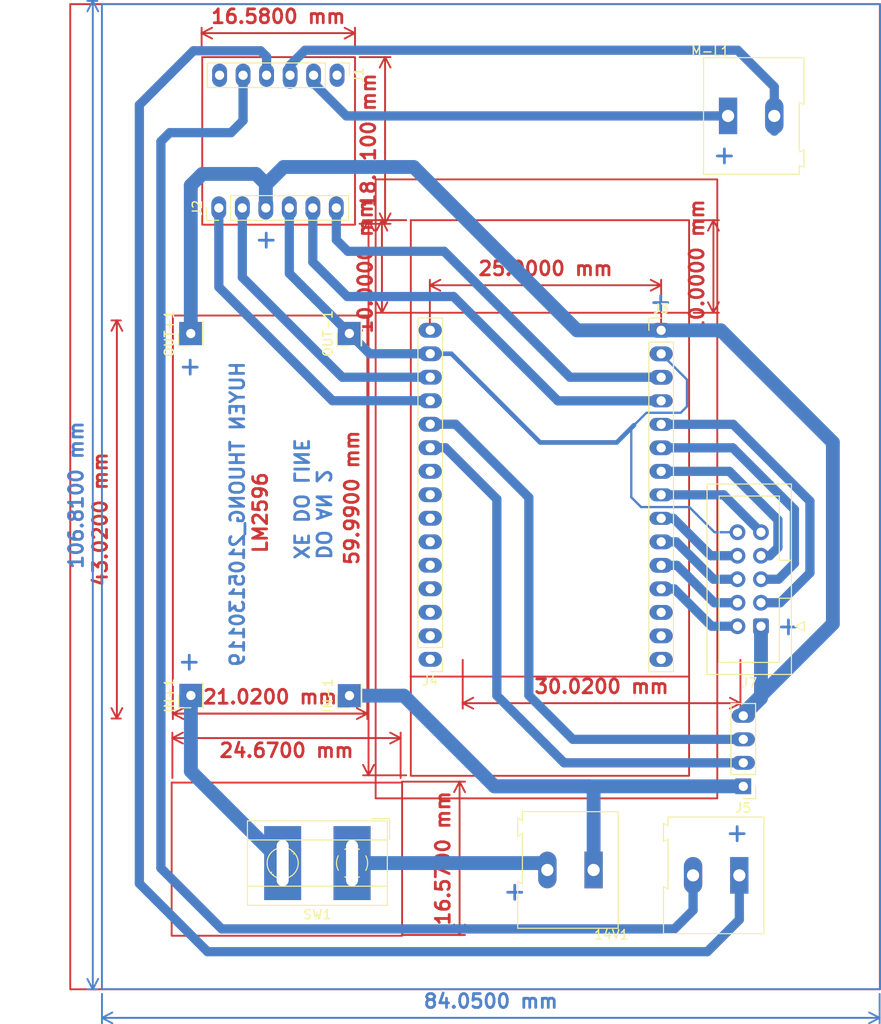
<source format=kicad_pcb>
(kicad_pcb (version 20240108) (generator "pcbnew") (generator_version "8.0")
  (layers (0 "F.Cu" signal) (31 "B.Cu" signal) (34 "B.Paste" user) (35 "F.Paste" user) (36 "B.SilkS" user "B.Silkscreen") (37 "F.SilkS" user "F.Silkscreen") (38 "B.Mask" user) (39 "F.Mask" user) (44 "Edge.Cuts" user))
  (net 0 "")
  (net 1 "+14VDC")
  (net 2 "0VDC")
  (net 3 "OUT4")
  (net 4 "OUT2")
  (net 7 "OUT3")
  (net 8 "OUT1")
  (net 9 "ADC2_3")
  (net 10 "ADC2_2")
  (net 11 "D18")
  (net 12 "D19")
  (net 13 "3V3")
  (net 14 "RX0")
  (net 15 "ADC1_3")
  (net 16 "ADC1_4")
  (net 17 "ADC2_7")
  (net 18 "ADC1_5")
  (net 19 "ADC1_0")
  (net 20 "ADC2_6")
  (net 21 "+5VDC")
  (net 22 "ADC2_4")
  (net 23 "ADC2_9")
  (net 24 "ADC1_6")
  (net 25 "ADC2_5")
  (net 26 "ADC2_8")
  (net 27 "ADC1_7")
  (net 28 "TX2")
  (net 29 "D21")
  (net 30 "D5")
  (net 31 "D22")
  (net 32 "TX0")
  (net 33 "ADC2_0")
  (net 34 "D23")
  (net 35 "D16")
  (net 36 "EN")
  (footprint "TerminalBlock:TerminalBlock_Altech_AK300-2_P5.00mm" (layer "F.Cu") (at 104.8475 136.77 180)
    (property "Reference" "M-R1" (hide yes))
    (property "Value" "Screw_Terminal_01x02")
    (fp_line (start 8.2 5.6) (end 8.2 3.7) (stroke (width 0.12)) (layer "F.SilkS"))
    (fp_line (start 8.2 3.7) (end 8.2 3.65) (stroke (width 0.12)) (layer "F.SilkS"))
    (fp_line (start 8.2 3.65) (end 7.7 3.9) (stroke (width 0.12)) (layer "F.SilkS"))
    (fp_line (start 8.2 -1.2) (end 8.2 -6.3) (stroke (width 0.12)) (layer "F.SilkS"))
    (fp_line (start 8.2 -6.3) (end -2.65 -6.3) (stroke (width 0.12)) (layer "F.SilkS"))
    (fp_line (start 7.7 6.3) (end 7.7 5.35) (stroke (width 0.12)) (layer "F.SilkS"))
    (fp_line (start 7.7 5.35) (end 8.2 5.6) (stroke (width 0.12)) (layer "F.SilkS"))
    (fp_line (start 7.7 3.9) (end 7.7 -1.5) (stroke (width 0.12)) (layer "F.SilkS"))
    (fp_line (start 7.7 -1.5) (end 8.2 -1.2) (stroke (width 0.12)) (layer "F.SilkS"))
    (fp_line (start -2.65 6.3) (end 7.7 6.3) (stroke (width 0.12)) (layer "F.SilkS"))
    (fp_line (start -2.65 -6.3) (end -2.65 6.3) (stroke (width 0.12)) (layer "F.SilkS"))
    (pad "1" thru_hole rect (at 0 0 180) (size 1.98 3.96) (drill 1.32) (layers "*.Cu" "*.Mask") (net 7 "OUT3"))
    (pad "2" thru_hole oval (at 5 0 180) (size 1.98 3.96) (drill 1.32) (layers "*.Cu" "*.Mask") (net 3 "OUT4"))
  )
  (footprint "TerminalBlock_MetzConnect:TerminalBlock_MetzConnect_Type171_RT13702HBWC_1x02_P7.50mm_Horizontal" (layer "F.Cu") (at 62.9875 135.445 180)
    (property "Reference" "SW1" (at 3.75 -5.56 0) (layer "F.SilkS"))
    (property "Value" "ON")
    (fp_line (start 11.31 -4.56) (end 11.31 4.56) (stroke (width 0.12)) (layer "F.SilkS"))
    (fp_line (start 8.775 -1.069) (end 8.681 -0.976) (stroke (width 0.12)) (layer "F.SilkS"))
    (fp_line (start 8.57 -1.275) (end 8.511 -1.216) (stroke (width 0.12)) (layer "F.SilkS"))
    (fp_line (start 6.49 1.216) (end 6.431 1.274) (stroke (width 0.12)) (layer "F.SilkS"))
    (fp_line (start 6.32 0.976) (end 6.226 1.069) (stroke (width 0.12)) (layer "F.SilkS"))
    (fp_line (start -3.81 4.56) (end 11.31 4.56) (stroke (width 0.12)) (layer "F.SilkS"))
    (fp_line (start -3.81 2.5) (end 11.31 2.5) (stroke (width 0.12)) (layer "F.SilkS"))
    (fp_line (start -3.81 -2.5) (end 11.31 -2.5) (stroke (width 0.12)) (layer "F.SilkS"))
    (fp_line (start -3.81 -4.56) (end 11.31 -4.56) (stroke (width 0.12)) (layer "F.SilkS"))
    (fp_line (start -3.81 -4.56) (end -3.81 4.56) (stroke (width 0.12)) (layer "F.SilkS"))
    (fp_line (start -4.05 4.8) (end -2.05 4.8) (stroke (width 0.12)) (layer "F.SilkS"))
    (fp_line (start -4.05 2.56) (end -4.05 4.8) (stroke (width 0.12)) (layer "F.SilkS"))
    (fp_arc (start 1.483953 -0.789089) (mid 1.680708 -0.00005) (end 1.484 0.789) (stroke (width 0.12)) (layer "F.SilkS"))
    (fp_arc (start 0.788712 1.483352) (mid 0.406429 1.630097) (end 0 1.68) (stroke (width 0.12)) (layer "F.SilkS"))
    (fp_arc (start 0.029383 1.68045) (mid -0.392304 1.634281) (end -0.789 1.484) (stroke (width 0.12)) (layer "F.SilkS"))
    (fp_arc (start -0.789089 -1.483953) (mid -0.00005 -1.680708) (end 0.789 -1.484) (stroke (width 0.12)) (layer "F.SilkS"))
    (fp_arc (start -1.483953 0.789089) (mid -1.680708 0.00005) (end -1.484 -0.789) (stroke (width 0.12)) (layer "F.SilkS"))
    (fp_circle (center 7.5 0) (end 9.18 0) (stroke (width 0.12)) (fill none) (layer "F.SilkS"))
    (pad "1" thru_hole rect (at 0 0 270) (size 8 4) (drill oval 5 1.3) (layers "*.Cu" "*.Mask") (net 1 "+14VDC"))
    (pad "2" thru_hole rect (at 7.5 0 270) (size 8 4) (drill oval 5 1.3) (layers "*.Cu" "*.Mask") (net 1 "+14VDC"))
  )
  (footprint "Connector_PinHeader_2.54mm:PinHeader_1x01_P2.54mm_Vertical" (layer "F.Cu") (at 62.6975 78.21 90)
    (property "Reference" "OUT-1" (at 0 -2.33 90) (layer "F.SilkS"))
    (property "Value" "Conn_01x01_Pin")
    (fp_line (start -1.33 -1.33) (end 0 -1.33) (stroke (width 0.12)) (layer "F.SilkS"))
    (fp_line (start -1.33 0) (end -1.33 -1.33) (stroke (width 0.12)) (layer "F.SilkS"))
    (fp_line (start 1.33 1.27) (end 1.33 1.33) (stroke (width 0.12)) (layer "F.SilkS"))
    (fp_line (start -1.33 1.27) (end 1.33 1.27) (stroke (width 0.12)) (layer "F.SilkS"))
    (fp_line (start -1.33 1.27) (end -1.33 1.33) (stroke (width 0.12)) (layer "F.SilkS"))
    (fp_line (start -1.33 1.33) (end 1.33 1.33) (stroke (width 0.12)) (layer "F.SilkS"))
    (pad "1" thru_hole rect (at 0 0 90) (size 2.5 2.5) (drill 1) (layers "*.Cu" "*.Mask") (net 2 "0VDC"))
  )
  (footprint "Connector_PinHeader_2.54mm:PinHeader_1x01_P2.54mm_Vertical" (layer "F.Cu") (at 45.5675 117.33 90)
    (property "Reference" "IN+1" (at 0 -2.33 90) (layer "F.SilkS"))
    (property "Value" "Conn_01x01_Pin")
    (fp_line (start -1.33 -1.33) (end 0 -1.33) (stroke (width 0.12)) (layer "F.SilkS"))
    (fp_line (start -1.33 0) (end -1.33 -1.33) (stroke (width 0.12)) (layer "F.SilkS"))
    (fp_line (start 1.33 1.27) (end 1.33 1.33) (stroke (width 0.12)) (layer "F.SilkS"))
    (fp_line (start -1.33 1.27) (end 1.33 1.27) (stroke (width 0.12)) (layer "F.SilkS"))
    (fp_line (start -1.33 1.27) (end -1.33 1.33) (stroke (width 0.12)) (layer "F.SilkS"))
    (fp_line (start -1.33 1.33) (end 1.33 1.33) (stroke (width 0.12)) (layer "F.SilkS"))
    (pad "1" thru_hole rect (at 0 0 90) (size 2.5 2.5) (drill 1) (layers "*.Cu" "*.Mask") (net 1 "+14VDC"))
  )
  (footprint "Connector_PinHeader_2.54mm:PinHeader_1x04_P2.54mm_Vertical" (layer "F.Cu") (at 105.2775 127.15 180)
    (property "Reference" "J5" (at 0 -2.33 0) (layer "F.SilkS"))
    (property "Value" "HC-SR04")
    (fp_line (start 1.33 1.27) (end 1.33 8.95) (stroke (width 0.12)) (layer "F.SilkS"))
    (fp_line (start -1.33 8.95) (end 1.33 8.95) (stroke (width 0.12)) (layer "F.SilkS"))
    (fp_line (start -1.33 1.27) (end 1.33 1.27) (stroke (width 0.12)) (layer "F.SilkS"))
    (fp_line (start -1.33 1.27) (end -1.33 8.95) (stroke (width 0.12)) (layer "F.SilkS"))
    (fp_line (start -1.33 0) (end -1.33 -1.33) (stroke (width 0.12)) (layer "F.SilkS"))
    (fp_line (start -1.33 -1.33) (end 0 -1.33) (stroke (width 0.12)) (layer "F.SilkS"))
    (pad "1" thru_hole rect (at 0 0 180) (size 1.7 1.7) (drill 1) (layers "*.Cu" "*.Mask") (net 2 "0VDC"))
    (pad "2" thru_hole oval (at 0 2.54 180) (size 2.5 1.5) (drill 1) (layers "*.Cu" "*.Mask") (net 35 "D16"))
    (pad "3" thru_hole oval (at 0 5.08 180) (size 2.5 1.5) (drill 1) (layers "*.Cu" "*.Mask") (net 33 "ADC2_0"))
    (pad "4" thru_hole oval (at 0 7.62 180) (size 2.5 1.5) (drill 1) (layers "*.Cu" "*.Mask") (net 21 "+5VDC"))
  )
  (footprint "Connector_PinHeader_2.54mm:PinHeader_1x01_P2.54mm_Vertical" (layer "F.Cu") (at 45.5575 78.22 90)
    (property "Reference" "OUT+1" (at 0 -2.33 90) (layer "F.SilkS"))
    (property "Value" "Conn_01x01_Pin")
    (fp_line (start -1.33 -1.33) (end 0 -1.33) (stroke (width 0.12)) (layer "F.SilkS"))
    (fp_line (start -1.33 0) (end -1.33 -1.33) (stroke (width 0.12)) (layer "F.SilkS"))
    (fp_line (start 1.33 1.27) (end 1.33 1.33) (stroke (width 0.12)) (layer "F.SilkS"))
    (fp_line (start -1.33 1.27) (end 1.33 1.27) (stroke (width 0.12)) (layer "F.SilkS"))
    (fp_line (start -1.33 1.27) (end -1.33 1.33) (stroke (width 0.12)) (layer "F.SilkS"))
    (fp_line (start -1.33 1.33) (end 1.33 1.33) (stroke (width 0.12)) (layer "F.SilkS"))
    (pad "1" thru_hole rect (at 0 0 90) (size 2.5 2.5) (drill 1) (layers "*.Cu" "*.Mask") (net 21 "+5VDC"))
  )
  (footprint "Connector_PinHeader_2.54mm:PinHeader_1x15_P2.54mm_Vertical" (layer "F.Cu") (at 71.4375 113.42 180)
    (property "Reference" "J4" (at 0 -2.33 0) (layer "F.SilkS"))
    (property "Value" "Conn_01x15_Pin")
    (fp_line (start 1.33 1.27) (end 1.33 36.89) (stroke (width 0.12)) (layer "F.SilkS"))
    (fp_line (start -1.33 36.89) (end 1.33 36.89) (stroke (width 0.12)) (layer "F.SilkS"))
    (fp_line (start -1.33 1.27) (end 1.33 1.27) (stroke (width 0.12)) (layer "F.SilkS"))
    (fp_line (start -1.33 1.27) (end -1.33 36.89) (stroke (width 0.12)) (layer "F.SilkS"))
    (fp_line (start -1.33 0) (end -1.33 -1.33) (stroke (width 0.12)) (layer "F.SilkS"))
    (fp_line (start -1.33 -1.33) (end 0 -1.33) (stroke (width 0.12)) (layer "F.SilkS"))
    (pad "1" thru_hole oval (at 0 0 270) (size 1.6 2.5) (drill 1) (layers "*.Cu" "*.Mask") (net 34 "D23"))
    (pad "2" thru_hole oval (at 0 2.54 270) (size 1.6 2.5) (drill 1) (layers "*.Cu" "*.Mask") (net 31 "D22"))
    (pad "3" thru_hole oval (at 0 5.08 270) (size 1.6 2.5) (drill 1) (layers "*.Cu" "*.Mask") (net 32 "TX0"))
    (pad "4" thru_hole oval (at 0 7.62 270) (size 1.6 2.5) (drill 1) (layers "*.Cu" "*.Mask") (net 14 "RX0"))
    (pad "5" thru_hole oval (at 0 10.16 270) (size 1.6 2.5) (drill 1) (layers "*.Cu" "*.Mask") (net 29 "D21"))
    (pad "6" thru_hole oval (at 0 12.7 270) (size 1.6 2.5) (drill 1) (layers "*.Cu" "*.Mask") (net 12 "D19"))
    (pad "7" thru_hole oval (at 0 15.24 270) (size 1.6 2.5) (drill 1) (layers "*.Cu" "*.Mask") (net 11 "D18"))
    (pad "8" thru_hole oval (at 0 17.78 270) (size 1.6 2.5) (drill 1) (layers "*.Cu" "*.Mask") (net 30 "D5"))
    (pad "9" thru_hole oval (at 0 20.32 270) (size 1.6 2.5) (drill 1) (layers "*.Cu" "*.Mask") (net 28 "TX2"))
    (pad "10" thru_hole oval (at 0 22.86 270) (size 1.6 2.5) (drill 1) (layers "*.Cu" "*.Mask") (net 35 "D16"))
    (pad "11" thru_hole oval (at 0 25.4 270) (size 1.6 2.5) (drill 1) (layers "*.Cu" "*.Mask") (net 33 "ADC2_0"))
    (pad "12" thru_hole oval (at 0 27.94 270) (size 1.6 2.5) (drill 1) (layers "*.Cu" "*.Mask") (net 10 "ADC2_2"))
    (pad "13" thru_hole oval (at 0 30.48 270) (size 1.6 2.5) (drill 1) (layers "*.Cu" "*.Mask") (net 9 "ADC2_3"))
    (pad "14" thru_hole oval (at 0 33.02 270) (size 1.6 2.5) (drill 1) (layers "*.Cu" "*.Mask") (net 2 "0VDC"))
    (pad "15" thru_hole oval (at 0 35.56 270) (size 1.6 2.5) (drill 1) (layers "*.Cu" "*.Mask") (net 13 "3V3"))
  )
  (footprint "Connector_PinHeader_2.54mm:PinHeader_1x06_P2.54mm_Vertical" (layer "F.Cu") (at 61.3675 50.305 -90)
    (property "Reference" "J1" (at 0 -2.33 90) (layer "F.SilkS"))
    (property "Value" "Conn_01x06_Socket")
    (fp_line (start -1.33 14.03) (end 1.33 14.03) (stroke (width 0.12)) (layer "F.SilkS"))
    (fp_line (start -1.33 1.27) (end -1.33 14.03) (stroke (width 0.12)) (layer "F.SilkS"))
    (fp_line (start -1.33 1.27) (end 1.33 1.27) (stroke (width 0.12)) (layer "F.SilkS"))
    (fp_line (start 1.33 1.27) (end 1.33 14.03) (stroke (width 0.12)) (layer "F.SilkS"))
    (fp_line (start -1.33 0) (end -1.33 -1.33) (stroke (width 0.12)) (layer "F.SilkS"))
    (fp_line (start -1.33 -1.33) (end 0 -1.33) (stroke (width 0.12)) (layer "F.SilkS"))
    (pad "1" thru_hole oval (at 0 0) (size 1.6 2.5) (drill 1) (layers "*.Cu" "*.Mask"))
    (pad "2" thru_hole oval (at 0 2.54) (size 1.6 2.5) (drill 1) (layers "*.Cu" "*.Mask") (net 8 "OUT1"))
    (pad "3" thru_hole oval (at 0 5.08) (size 1.6 2.5) (drill 1) (layers "*.Cu" "*.Mask") (net 4 "OUT2"))
    (pad "4" thru_hole oval (at 0 7.62) (size 1.6 2.5) (drill 1) (layers "*.Cu" "*.Mask") (net 7 "OUT3"))
    (pad "5" thru_hole oval (at 0 10.16) (size 1.6 2.5) (drill 1) (layers "*.Cu" "*.Mask") (net 3 "OUT4"))
    (pad "6" thru_hole oval (at 0 12.7) (size 1.6 2.5) (drill 1) (layers "*.Cu" "*.Mask"))
  )
  (footprint "Connector_PinHeader_2.54mm:PinHeader_1x06_P2.54mm_Vertical" (layer "F.Cu") (at 48.5875 64.645 90)
    (property "Reference" "J2" (at 0 -2.33 90) (layer "F.SilkS"))
    (property "Value" "Conn_01x06_Socket")
    (fp_line (start -1.33 -1.33) (end 0 -1.33) (stroke (width 0.12)) (layer "F.SilkS"))
    (fp_line (start -1.33 0) (end -1.33 -1.33) (stroke (width 0.12)) (layer "F.SilkS"))
    (fp_line (start 1.33 1.27) (end 1.33 14.03) (stroke (width 0.12)) (layer "F.SilkS"))
    (fp_line (start -1.33 1.27) (end 1.33 1.27) (stroke (width 0.12)) (layer "F.SilkS"))
    (fp_line (start -1.33 1.27) (end -1.33 14.03) (stroke (width 0.12)) (layer "F.SilkS"))
    (fp_line (start -1.33 14.03) (end 1.33 14.03) (stroke (width 0.12)) (layer "F.SilkS"))
    (pad "1" thru_hole oval (at 0 0 180) (size 1.6 2.5) (drill 1) (layers "*.Cu" "*.Mask") (net 10 "ADC2_2"))
    (pad "2" thru_hole oval (at 0 2.54 180) (size 1.6 2.5) (drill 1) (layers "*.Cu" "*.Mask") (net 9 "ADC2_3"))
    (pad "3" thru_hole oval (at 0 5.08 180) (size 1.6 2.5) (drill 1) (layers "*.Cu" "*.Mask") (net 21 "+5VDC"))
    (pad "4" thru_hole oval (at 0 7.62 180) (size 1.6 2.5) (drill 1) (layers "*.Cu" "*.Mask") (net 2 "0VDC"))
    (pad "5" thru_hole oval (at 0 10.16 180) (size 1.6 2.5) (drill 1) (layers "*.Cu" "*.Mask") (net 25 "ADC2_5"))
    (pad "6" thru_hole oval (at 0 12.7 180) (size 1.6 2.5) (drill 1) (layers "*.Cu" "*.Mask") (net 22 "ADC2_4"))
  )
  (footprint "Connector_PinHeader_2.54mm:PinHeader_1x01_P2.54mm_Vertical" (layer "F.Cu") (at 62.7075 117.35 90)
    (property "Reference" "IN-1" (at 0 -2.33 90) (layer "F.SilkS"))
    (property "Value" "Conn_01x01_Pin")
    (fp_line (start -1.33 -1.33) (end 0 -1.33) (stroke (width 0.12)) (layer "F.SilkS"))
    (fp_line (start -1.33 0) (end -1.33 -1.33) (stroke (width 0.12)) (layer "F.SilkS"))
    (fp_line (start 1.33 1.27) (end 1.33 1.33) (stroke (width 0.12)) (layer "F.SilkS"))
    (fp_line (start -1.33 1.27) (end 1.33 1.27) (stroke (width 0.12)) (layer "F.SilkS"))
    (fp_line (start -1.33 1.27) (end -1.33 1.33) (stroke (width 0.12)) (layer "F.SilkS"))
    (fp_line (start -1.33 1.33) (end 1.33 1.33) (stroke (width 0.12)) (layer "F.SilkS"))
    (pad "1" thru_hole rect (at 0 0 90) (size 2.5 2.5) (drill 1) (layers "*.Cu" "*.Mask") (net 2 "0VDC"))
  )
  (footprint "Connector_IDC:IDC-Header_2x05_P2.54mm_Vertical" (layer "F.Cu") (at 107.1875 109.85 180)
    (property "Reference" "J7" (at 1.27 -6.1 0) (layer "F.SilkS"))
    (property "Value" "Conn_02x05_Odd_Even")
    (fp_line (start 5.83 15.37) (end -3.29 15.37) (stroke (width 0.12)) (layer "F.SilkS"))
    (fp_line (start 5.83 -5.21) (end 5.83 15.37) (stroke (width 0.12)) (layer "F.SilkS"))
    (fp_line (start 4.52 14.07) (end -1.98 14.07) (stroke (width 0.12)) (layer "F.SilkS"))
    (fp_line (start 4.52 -3.91) (end 4.52 14.07) (stroke (width 0.12)) (layer "F.SilkS"))
    (fp_line (start -1.98 14.07) (end -1.98 7.13) (stroke (width 0.12)) (layer "F.SilkS"))
    (fp_line (start -1.98 7.13) (end -1.98 7.13) (stroke (width 0.12)) (layer "F.SilkS"))
    (fp_line (start -1.98 7.13) (end -3.29 7.13) (stroke (width 0.12)) (layer "F.SilkS"))
    (fp_line (start -1.98 3.03) (end -1.98 -3.91) (stroke (width 0.12)) (layer "F.SilkS"))
    (fp_line (start -1.98 -3.91) (end 4.52 -3.91) (stroke (width 0.12)) (layer "F.SilkS"))
    (fp_line (start -3.29 15.37) (end -3.29 -5.21) (stroke (width 0.12)) (layer "F.SilkS"))
    (fp_line (start -3.29 3.03) (end -1.98 3.03) (stroke (width 0.12)) (layer "F.SilkS"))
    (fp_line (start -3.29 -5.21) (end 5.83 -5.21) (stroke (width 0.12)) (layer "F.SilkS"))
    (fp_line (start -3.68 0) (end -4.68 -0.5) (stroke (width 0.12)) (layer "F.SilkS"))
    (fp_line (start -4.68 0.5) (end -3.68 0) (stroke (width 0.12)) (layer "F.SilkS"))
    (fp_line (start -4.68 -0.5) (end -4.68 0.5) (stroke (width 0.12)) (layer "F.SilkS"))
    (pad "1" thru_hole roundrect (at 0 0 180) (size 1.7 1.7) (drill 1) (layers "*.Cu" "*.Mask") (roundrect_rratio 0.147059) (net 21 "+5VDC"))
    (pad "2" thru_hole circle (at 2.54 0 180) (size 1.7 1.7) (drill 1) (layers "*.Cu" "*.Mask") (net 24 "ADC1_6"))
    (pad "3" thru_hole circle (at 0 2.54 180) (size 1.7 1.7) (drill 1) (layers "*.Cu" "*.Mask") (net 20 "ADC2_6"))
    (pad "4" thru_hole circle (at 2.54 2.54 180) (size 1.7 1.7) (drill 1) (layers "*.Cu" "*.Mask") (net 27 "ADC1_7"))
    (pad "5" thru_hole circle (at 0 5.08 180) (size 1.7 1.7) (drill 1) (layers "*.Cu" "*.Mask") (net 17 "ADC2_7"))
    (pad "6" thru_hole circle (at 2.54 5.08 180) (size 1.7 1.7) (drill 1) (layers "*.Cu" "*.Mask") (net 16 "ADC1_4"))
    (pad "7" thru_hole circle (at 0 7.62 180) (size 1.7 1.7) (drill 1) (layers "*.Cu" "*.Mask") (net 23 "ADC2_9"))
    (pad "8" thru_hole circle (at 2.54 7.62 180) (size 1.7 1.7) (drill 1) (layers "*.Cu" "*.Mask") (net 18 "ADC1_5"))
    (pad "9" thru_hole circle (at 0 10.16 180) (size 1.7 1.7) (drill 1) (layers "*.Cu" "*.Mask") (net 26 "ADC2_8"))
    (pad "10" thru_hole circle (at 2.54 10.16 180) (size 1.7 1.7) (drill 1) (layers "*.Cu" "*.Mask") (net 2 "0VDC"))
  )
  (footprint "TerminalBlock:TerminalBlock_Altech_AK300-2_P5.00mm" (layer "F.Cu") (at 89.0975 136.19 180)
    (property "Reference" "14V1" (at -1.92 -6.99 0) (layer "F.SilkS"))
    (property "Value" "Screw_Terminal_01x02")
    (fp_line (start 8.2 5.6) (end 8.2 3.7) (stroke (width 0.12)) (layer "F.SilkS"))
    (fp_line (start 8.2 3.7) (end 8.2 3.65) (stroke (width 0.12)) (layer "F.SilkS"))
    (fp_line (start 8.2 3.65) (end 7.7 3.9) (stroke (width 0.12)) (layer "F.SilkS"))
    (fp_line (start 8.2 -1.2) (end 8.2 -6.3) (stroke (width 0.12)) (layer "F.SilkS"))
    (fp_line (start 8.2 -6.3) (end -2.65 -6.3) (stroke (width 0.12)) (layer "F.SilkS"))
    (fp_line (start 7.7 6.3) (end 7.7 5.35) (stroke (width 0.12)) (layer "F.SilkS"))
    (fp_line (start 7.7 5.35) (end 8.2 5.6) (stroke (width 0.12)) (layer "F.SilkS"))
    (fp_line (start 7.7 3.9) (end 7.7 -1.5) (stroke (width 0.12)) (layer "F.SilkS"))
    (fp_line (start 7.7 -1.5) (end 8.2 -1.2) (stroke (width 0.12)) (layer "F.SilkS"))
    (fp_line (start -2.65 6.3) (end 7.7 6.3) (stroke (width 0.12)) (layer "F.SilkS"))
    (fp_line (start -2.65 -6.3) (end -2.65 6.3) (stroke (width 0.12)) (layer "F.SilkS"))
    (pad "1" thru_hole rect (at 0 0 180) (size 1.98 3.96) (drill 1.32) (layers "*.Cu" "*.Mask") (net 2 "0VDC"))
    (pad "2" thru_hole oval (at 5 0 180) (size 1.98 3.96) (drill 1.32) (layers "*.Cu" "*.Mask") (net 1 "+14VDC"))
  )
  (footprint "TerminalBlock:TerminalBlock_Altech_AK300-2_P5.00mm" (layer "F.Cu") (at 103.6275 54.7)
    (property "Reference" "M-L1" (at -1.92 -6.99 0) (layer "F.SilkS"))
    (property "Value" "Screw_Terminal_01x02")
    (fp_line (start -2.65 -6.3) (end -2.65 6.3) (stroke (width 0.12)) (layer "F.SilkS"))
    (fp_line (start -2.65 6.3) (end 7.7 6.3) (stroke (width 0.12)) (layer "F.SilkS"))
    (fp_line (start 7.7 -1.5) (end 8.2 -1.2) (stroke (width 0.12)) (layer "F.SilkS"))
    (fp_line (start 7.7 3.9) (end 7.7 -1.5) (stroke (width 0.12)) (layer "F.SilkS"))
    (fp_line (start 7.7 5.35) (end 8.2 5.6) (stroke (width 0.12)) (layer "F.SilkS"))
    (fp_line (start 7.7 6.3) (end 7.7 5.35) (stroke (width 0.12)) (layer "F.SilkS"))
    (fp_line (start 8.2 -6.3) (end -2.65 -6.3) (stroke (width 0.12)) (layer "F.SilkS"))
    (fp_line (start 8.2 -1.2) (end 8.2 -6.3) (stroke (width 0.12)) (layer "F.SilkS"))
    (fp_line (start 8.2 3.65) (end 7.7 3.9) (stroke (width 0.12)) (layer "F.SilkS"))
    (fp_line (start 8.2 3.7) (end 8.2 3.65) (stroke (width 0.12)) (layer "F.SilkS"))
    (fp_line (start 8.2 5.6) (end 8.2 3.7) (stroke (width 0.12)) (layer "F.SilkS"))
    (pad "1" thru_hole rect (at 0 0) (size 1.98 3.96) (drill 1.32) (layers "*.Cu" "*.Mask") (net 8 "OUT1"))
    (pad "2" thru_hole oval (at 5 0) (size 1.98 3.96) (drill 1.32) (layers "*.Cu" "*.Mask") (net 4 "OUT2"))
  )
  (footprint "Connector_PinHeader_2.54mm:PinHeader_1x15_P2.54mm_Vertical" (layer "F.Cu") (at 96.3975 77.87)
    (property "Reference" "J3" (at 0 -2.33 0) (layer "F.SilkS"))
    (property "Value" "Conn_01x15_Pin")
    (fp_line (start -1.33 -1.33) (end 0 -1.33) (stroke (width 0.12)) (layer "F.SilkS"))
    (fp_line (start -1.33 0) (end -1.33 -1.33) (stroke (width 0.12)) (layer "F.SilkS"))
    (fp_line (start -1.33 1.27) (end -1.33 36.89) (stroke (width 0.12)) (layer "F.SilkS"))
    (fp_line (start -1.33 1.27) (end 1.33 1.27) (stroke (width 0.12)) (layer "F.SilkS"))
    (fp_line (start -1.33 36.89) (end 1.33 36.89) (stroke (width 0.12)) (layer "F.SilkS"))
    (fp_line (start 1.33 1.27) (end 1.33 36.89) (stroke (width 0.12)) (layer "F.SilkS"))
    (pad "1" thru_hole oval (at 0 0 90) (size 1.6 2.5) (drill 1) (layers "*.Cu" "*.Mask") (net 21 "+5VDC"))
    (pad "2" thru_hole oval (at 0 2.54 90) (size 1.6 2.5) (drill 1) (layers "*.Cu" "*.Mask") (net 2 "0VDC"))
    (pad "3" thru_hole oval (at 0 5.08 90) (size 1.6 2.5) (drill 1) (layers "*.Cu" "*.Mask") (net 22 "ADC2_4"))
    (pad "4" thru_hole oval (at 0 7.62 90) (size 1.4 2.5) (drill 1) (layers "*.Cu" "*.Mask") (net 25 "ADC2_5"))
    (pad "5" thru_hole oval (at 0 10.16 90) (size 1.4 2.5) (drill 1) (layers "*.Cu" "*.Mask") (net 20 "ADC2_6"))
    (pad "6" thru_hole oval (at 0 12.7 90) (size 1.6 2.5) (drill 1) (layers "*.Cu" "*.Mask") (net 17 "ADC2_7"))
    (pad "7" thru_hole oval (at 0 15.24 90) (size 1.6 2.5) (drill 1) (layers "*.Cu" "*.Mask") (net 23 "ADC2_9"))
    (pad "8" thru_hole oval (at 0 17.78 90) (size 1.4 2.5) (drill 1) (layers "*.Cu" "*.Mask") (net 26 "ADC2_8"))
    (pad "9" thru_hole oval (at 0 20.32 90) (size 1.4 2.5) (drill 1) (layers "*.Cu" "*.Mask") (net 18 "ADC1_5"))
    (pad "10" thru_hole oval (at 0 22.86 90) (size 1.6 2.5) (drill 1) (layers "*.Cu" "*.Mask") (net 16 "ADC1_4"))
    (pad "11" thru_hole oval (at 0 25.4 90) (size 1.6 2.5) (drill 1) (layers "*.Cu" "*.Mask") (net 27 "ADC1_7"))
    (pad "12" thru_hole oval (at 0 27.94 90) (size 1.6 2.5) (drill 1) (layers "*.Cu" "*.Mask") (net 24 "ADC1_6"))
    (pad "13" thru_hole oval (at 0 30.48 90) (size 1.6 2.5) (drill 1) (layers "*.Cu" "*.Mask") (net 15 "ADC1_3"))
    (pad "14" thru_hole oval (at 0 33.02 90) (size 1.6 2.5) (drill 1) (layers "*.Cu" "*.Mask") (net 19 "ADC1_0"))
    (pad "15" thru_hole oval (at 0 35.56 90) (size 1.6 2.5) (drill 1) (layers "*.Cu" "*.Mask") (net 36 "EN"))
  )
  (gr_rect (start 65.5375 61.561066) (end 102.466434 128.45) (stroke (width 0.2)) (fill none) (layer "F.Cu") (net 21))
  (gr_rect (start 43.6175 76.27) (end 64.6375 119.29) (stroke (width 0.2)) (fill none) (layer "F.Cu"))
  (gr_rect (start 46.7975 48.345) (end 63.3075 66.455) (stroke (width 0.2)) (fill none) (layer "F.Cu") (net 21))
  (gr_rect (start 32.530847 42.62) (end 120.040397 149.082897) (stroke (width 0.2)) (fill none) (layer "F.Cu") (net 22))
  (gr_line (start 99.4175 115.29) (end 69.3175 115.29) (stroke (width 0.2)) (layer "F.Cu") (net 30))
  (gr_line (start 99.4175 75.97) (end 68.4575 75.97) (stroke (width 0.2)) (layer "F.Cu") (net 30))
  (gr_rect (start 69.3375 65.97) (end 99.4175 126.01) (stroke (width 0.2)) (fill none) (layer "F.Cu") (net 30))
  (gr_rect (start 43.4875 126.745) (end 68.3975 143.295) (stroke (width 0.2)) (fill none) (layer "F.Cu") (net 21))
  (gr_rect (start 35.950847 42.62) (end 120.0775 149.066653) (stroke (width 0.2)) (fill none) (layer "B.Cu"))
  (gr_text "LM2596\n" (at 53.9475 102.1 90) (layer "F.Cu") (effects (font (size 1.5 1.5) (thickness 0.3) (bold yes)) (justify left bottom)))
  (gr_text "+" (at 106.0475 133.29 0) (layer "B.Cu") (effects (font (size 2 2) (thickness 0.3) (bold yes)) (justify left bottom mirror)))
  (gr_text "+" (at 97.7875 75.9 0) (layer "B.Cu") (effects (font (size 2 2) (thickness 0.3) (bold yes)) (justify left bottom mirror)))
  (gr_text "+" (at 46.9275 82.87 0) (layer "B.Cu") (effects (font (size 2 2) (thickness 0.3) (bold yes)) (justify left bottom mirror)))
  (gr_text "+" (at 55.1475 69.15 0) (layer "B.Cu") (effects (font (size 2 2) (thickness 0.3) (bold yes)) (justify left bottom mirror)))
  (gr_text "+" (at 46.8275 114.76 0) (layer "B.Cu") (effects (font (size 2 2) (thickness 0.3) (bold yes)) (justify left bottom mirror)))
  (gr_text "DO AN 2\nXE DO LINE\n" (at 56.5875 102.78 270) (layer "B.Cu") (effects (font (size 1.5 1.5) (thickness 0.3) (bold yes)) (justify left bottom mirror)))
  (gr_text "+" (at 82.0075 139.62 0) (layer "B.Cu") (effects (font (size 2 2) (thickness 0.3) (bold yes)) (justify left bottom mirror)))
  (gr_text "+" (at 111.5875 110.95 0) (layer "B.Cu") (effects (font (size 2 2) (thickness 0.3) (bold yes)) (justify left bottom mirror)))
  (gr_text "HUYEN THUONG_2105130119" (at 51.4675 81.11 90) (layer "B.Cu") (effects (font (size 1.5 1.5) (thickness 0.3) (bold yes)) (justify left bottom mirror)))
  (gr_text "+" (at 104.6675 60.05 0) (layer "B.Cu") (effects (font (size 2 2) (thickness 0.3) (bold yes)) (justify left bottom mirror)))
  (dimension (type aligned) (layer "F.Cu") (pts (xy 69.3375 65.97) (xy 69.3375 125.96)) (height 4.57) (gr_text "59.9900 mm" (at 62.9675 95.965 90) (layer "F.Cu") (effects (font (size 1.5 1.5) (thickness 0.3)))) (format (prefix "") (suffix "") (units 3) (units_format 1) (precision 4)) (style (thickness 0.2) (arrow_length 1.27) (text_position_mode 0) (extension_height 0.58642) (extension_offset 0.5) keep_text_aligned))
  (dimension (type aligned) (layer "F.Cu") (pts (xy 68.2375 126.745) (xy 43.5675 126.745)) (height 4.81) (gr_text "24.6700 mm" (at 55.9025 123.275 0) (layer "F.Cu") (effects (font (size 1.5 1.5) (thickness 0.3)))) (format (prefix "") (suffix "") (units 3) (units_format 1) (precision 4)) (style (thickness 0.2) (arrow_length 1.27) (text_position_mode 2) (extension_height 0.58642) (extension_offset 0.5) keep_text_aligned))
  (dimension (type aligned) (layer "F.Cu") (pts (xy 43.6175 116.22) (xy 64.6375 116.22)) (height 3.07) (gr_text "21.0200 mm" (at 54.1275 117.49 0) (layer "F.Cu") (effects (font (size 1.5 1.5) (thickness 0.3)))) (format (prefix "") (suffix "") (units 3) (units_format 1) (precision 4)) (style (thickness 0.2) (arrow_length 1.27) (text_position_mode 0) (extension_height 0.58642) (extension_offset 0.5) keep_text_aligned))
  (dimension (type aligned) (layer "F.Cu") (pts (xy 69.3375 65.97) (xy 69.3375 75.97)) (height 3.12) (gr_text "10.0000 mm" (at 64.4175 70.97 90) (layer "F.Cu") (effects (font (size 1.5 1.5) (thickness 0.3)))) (format (prefix "") (suffix "") (units 3) (units_format 1) (precision 4)) (style (thickness 0.2) (arrow_length 1.27) (text_position_mode 0) (extension_height 0.58642) (extension_offset 0.5) keep_text_aligned))
  (dimension (type aligned) (layer "F.Cu") (pts (xy 63.3075 48.345) (xy 63.3075 66.355)) (height -3.25) (gr_text "18.0100 mm" (at 64.7575 57.35 90) (layer "F.Cu") (effects (font (size 1.5 1.5) (thickness 0.3)))) (format (prefix "") (suffix "") (units 3) (units_format 1) (precision 4)) (style (thickness 0.2) (arrow_length 1.27) (text_position_mode 0) (extension_height 0.58642) (extension_offset 0.5) keep_text_aligned))
  (dimension (type aligned) (layer "F.Cu") (pts (xy 38.4875 119.82) (xy 38.4875 76.8)) (height -0.92) (gr_text "43.0200 mm" (at 35.7675 98.31 90) (layer "F.Cu") (effects (font (size 1.5 1.5) (thickness 0.3)))) (format (prefix "") (suffix "") (units 3) (units_format 1) (precision 4)) (style (thickness 0.2) (arrow_length 1.27) (text_position_mode 0) (extension_height 0.58642) (extension_offset 0.5) keep_text_aligned))
  (dimension (type aligned) (layer "F.Cu") (pts (xy 96.3975 77.87) (xy 71.3975 77.87)) (height 4.87) (gr_text "25.0000 mm" (at 83.8975 71.2 0) (layer "F.Cu") (effects (font (size 1.5 1.5) (thickness 0.3)))) (format (prefix "") (suffix "") (units 3) (units_format 1) (precision 4)) (style (thickness 0.2) (arrow_length 1.27) (text_position_mode 0) (extension_height 0.58642) (extension_offset 0.5) keep_text_aligned))
  (dimension (type aligned) (layer "F.Cu") (pts (xy 67.8775 126.645) (xy 67.8775 143.215)) (height -6.731307) (gr_text "16.5700 mm" (at 72.808807 134.93 90) (layer "F.Cu") (effects (font (size 1.5 1.5) (thickness 0.3)))) (format (prefix "") (suffix "") (units 3) (units_format 1) (precision 4)) (style (thickness 0.2) (arrow_length 1.27) (text_position_mode 0) (extension_height 0.58642) (extension_offset 0.5) keep_text_aligned))
  (dimension (type aligned) (layer "F.Cu") (pts (xy 99.4175 65.97) (xy 99.4175 75.97)) (height -2.63) (gr_text "10.0000 mm" (at 100.2475 70.97 90) (layer "F.Cu") (effects (font (size 1.5 1.5) (thickness 0.3)))) (format (prefix "") (suffix "") (units 3) (units_format 1) (precision 4)) (style (thickness 0.2) (arrow_length 1.27) (text_position_mode 0) (extension_height 0.58642) (extension_offset 0.5) keep_text_aligned))
  (dimension (type aligned) (layer "F.Cu") (pts (xy 63.3075 48.345) (xy 46.7275 48.345)) (height 2.59) (gr_text "16.5800 mm" (at 55.0175 43.955 0) (layer "F.Cu") (effects (font (size 1.5 1.5) (thickness 0.3)))) (format (prefix "") (suffix "") (units 3) (units_format 1) (precision 4)) (style (thickness 0.2) (arrow_length 1.27) (text_position_mode 0) (extension_height 0.58642) (extension_offset 0.5) keep_text_aligned))
  (dimension (type aligned) (layer "F.Cu") (pts (xy 74.9475 112.984467) (xy 104.9675 112.984467)) (height 5.18) (gr_text "30.0200 mm" (at 89.9575 116.364467 0) (layer "F.Cu") (effects (font (size 1.5 1.5) (thickness 0.3)))) (format (prefix "") (suffix "") (units 3) (units_format 1) (precision 4)) (style (thickness 0.2) (arrow_length 1.27) (text_position_mode 0) (extension_height 0.58642) (extension_offset 0.5) keep_text_aligned))
  (dimension (type aligned) (layer "B.Cu") (pts (xy 35.9575 42.272897) (xy 35.9575 149.082897)) (height 0.993346) (gr_text "106.8100 mm" (at 33.164154 95.677897 90) (layer "B.Cu") (effects (font (size 1.5 1.5) (thickness 0.3)))) (format (prefix "") (suffix "") (units 3) (units_format 1) (precision 4)) (style (thickness 0.2) (arrow_length 1.27) (text_position_mode 0) (extension_height 0.58642) (extension_offset 0.5) keep_text_aligned))
  (dimension (type aligned) (layer "B.Cu") (pts (xy 35.9575 149.082897) (xy 120.0075 149.082897)) (height 3.087103) (gr_text "84.0500 mm" (at 77.9825 150.37 0) (layer "B.Cu") (effects (font (size 1.5 1.5) (thickness 0.3)))) (format (prefix "") (suffix "") (units 3) (units_format 1) (precision 4)) (style (thickness 0.2) (arrow_length 1.27) (text_position_mode 0) (extension_height 0.58642) (extension_offset 0.5) keep_text_aligned))
  (segment (start 83.3525 135.445) (end 84.0975 136.19) (width 1.5) (layer "B.Cu") (net 1))
  (segment (start 62.0275 134.485) (end 62.9875 135.445) (width 1.5) (layer "B.Cu") (net 1))
  (segment (start 45.5675 117.33) (end 45.5675 125.525) (width 1.5) (layer "B.Cu") (net 1))
  (segment (start 45.5675 125.525) (end 55.4875 135.445) (width 1.5) (layer "B.Cu") (net 1))
  (segment (start 62.9875 135.445) (end 83.3525 135.445) (width 1.5) (layer "B.Cu") (net 1))
  (segment (start 98.5075 86.78) (end 99.1875 86.1) (width 0.25) (layer "B.Cu") (net 2))
  (segment (start 62.6975 78.21) (end 61.9775 78.21) (width 1) (layer "B.Cu") (net 2))
  (segment (start 99.4375 96.97) (end 102.1575 99.69) (width 0.25) (layer "B.Cu") (net 2))
  (segment (start 64.8875 80.4) (end 71.4375 80.4) (width 1) (layer "B.Cu") (net 2))
  (segment (start 93.1675 88.42) (end 93.1675 95.91) (width 0.25) (layer "B.Cu") (net 2))
  (segment (start 89.0975 127.64) (end 88.6075 127.15) (width 1.5) (layer "B.Cu") (net 2))
  (segment (start 94.8075 86.78) (end 98.5075 86.78) (width 0.25) (layer "B.Cu") (net 2))
  (segment (start 93.1675 95.91) (end 94.2275 96.97) (width 0.25) (layer "B.Cu") (net 2))
  (segment (start 93.4625 88.125) (end 91.5975 89.99) (width 0.5) (layer "B.Cu") (net 2))
  (segment (start 93.4625 88.125) (end 94.8075 86.78) (width 0.25) (layer "B.Cu") (net 2))
  (segment (start 94.2275 96.97) (end 99.4375 96.97) (width 0.25) (layer "B.Cu") (net 2))
  (segment (start 62.6975 78.21) (end 64.8875 80.4) (width 1) (layer "B.Cu") (net 2))
  (segment (start 83.3175 89.99) (end 73.7275 80.4) (width 0.5) (layer "B.Cu") (net 2))
  (segment (start 78.3875 127.15) (end 105.2775 127.15) (width 1.5) (layer "B.Cu") (net 2))
  (segment (start 73.7275 80.4) (end 71.4375 80.4) (width 0.5) (layer "B.Cu") (net 2))
  (segment (start 91.5975 89.99) (end 83.3175 89.99) (width 0.5) (layer "B.Cu") (net 2))
  (segment (start 56.2075 71.72) (end 56.2075 64.645) (width 1) (layer "B.Cu") (net 2))
  (segment (start 62.7075 117.35) (end 68.5875 117.35) (width 1.5) (layer "B.Cu") (net 2))
  (segment (start 99.1875 86.1) (end 99.1875 83.2) (width 0.25) (layer "B.Cu") (net 2))
  (segment (start 62.7075 117.35) (end 62.9375 117.35) (width 1.5) (layer "B.Cu") (net 2))
  (segment (start 93.4625 88.125) (end 93.1675 88.42) (width 0.25) (layer "B.Cu") (net 2))
  (segment (start 62.6975 78.21) (end 56.2075 71.72) (width 1) (layer "B.Cu") (net 2))
  (segment (start 99.1875 83.2) (end 96.3975 80.41) (width 0.25) (layer "B.Cu") (net 2))
  (segment (start 102.1575 99.69) (end 104.6475 99.69) (width 0.25) (layer "B.Cu") (net 2))
  (segment (start 89.0975 136.19) (end 89.0975 127.64) (width 1.5) (layer "B.Cu") (net 2))
  (segment (start 88.6075 127.15) (end 78.3875 127.15) (width 1.5) (layer "B.Cu") (net 2))
  (segment (start 62.7075 78.22) (end 62.6975 78.21) (width 2) (layer "B.Cu") (net 2))
  (segment (start 68.5875 117.35) (end 78.3875 127.15) (width 1.5) (layer "B.Cu") (net 2))
  (segment (start 42.3275 135.99) (end 42.3275 57.46) (width 1) (layer "B.Cu") (net 3))
  (segment (start 43.2775 56.51) (end 49.9075 56.51) (width 1) (layer "B.Cu") (net 3))
  (segment (start 51.2075 55.21) (end 51.2075 50.305) (width 1) (layer "B.Cu") (net 3))
  (segment (start 99.8475 136.77) (end 99.8475 140.54) (width 1) (layer "B.Cu") (net 3))
  (segment (start 49.9075 56.51) (end 51.2075 55.21) (width 1) (layer "B.Cu") (net 3))
  (segment (start 48.8975 142.56) (end 42.3275 135.99) (width 1) (layer "B.Cu") (net 3))
  (segment (start 99.8475 140.54) (end 97.8275 142.56) (width 1) (layer "B.Cu") (net 3))
  (segment (start 42.3275 57.46) (end 43.2775 56.51) (width 1) (layer "B.Cu") (net 3))
  (segment (start 97.8275 142.56) (end 48.8975 142.56) (width 1) (layer "B.Cu") (net 3))
  (segment (start 104.6675 47.6) (end 57.9075 47.6) (width 1) (layer "B.Cu") (net 4))
  (segment (start 56.2875 49.22) (end 56.2875 50.305) (width 1) (layer "B.Cu") (net 4))
  (segment (start 108.6275 51.56) (end 104.6675 47.6) (width 1) (layer "B.Cu") (net 4))
  (segment (start 57.9075 47.6) (end 56.2875 49.22) (width 1) (layer "B.Cu") (net 4))
  (segment (start 56.2875 50.305) (end 56.2875 51.019163) (width 1.5) (layer "B.Cu") (net 4))
  (segment (start 108.6275 54.7) (end 108.6275 51.56) (width 1) (layer "B.Cu") (net 4))
  (segment (start 108.6275 54.7) (end 108.6275 56.35) (width 1) (layer "B.Cu") (net 4))
  (segment (start 47.3675 145.02) (end 39.9975 137.65) (width 1) (layer "B.Cu") (net 7))
  (segment (start 53.1075 47.66) (end 53.7475 48.3) (width 1) (layer "B.Cu") (net 7))
  (segment (start 104.8475 141.56) (end 101.3875 145.02) (width 1) (layer "B.Cu") (net 7))
  (segment (start 39.9975 137.65) (end 39.9975 53.51) (width 1) (layer "B.Cu") (net 7))
  (segment (start 45.8475 47.66) (end 53.1075 47.66) (width 1) (layer "B.Cu") (net 7))
  (segment (start 53.7475 48.3) (end 53.7475 50.305) (width 1) (layer "B.Cu") (net 7))
  (segment (start 104.8475 136.77) (end 104.8475 141.56) (width 1) (layer "B.Cu") (net 7))
  (segment (start 39.9975 53.51) (end 45.8475 47.66) (width 1) (layer "B.Cu") (net 7))
  (segment (start 101.3875 145.02) (end 47.3675 145.02) (width 1) (layer "B.Cu") (net 7))
  (segment (start 58.8275 51.155) (end 58.8275 50.305) (width 1) (layer "B.Cu") (net 8))
  (segment (start 58.8275 50.305) (end 58.8275 51.019163) (width 1.5) (layer "B.Cu") (net 8))
  (segment (start 103.6275 54.7) (end 62.3725 54.7) (width 1) (layer "B.Cu") (net 8))
  (segment (start 62.3725 54.7) (end 58.8275 51.155) (width 1) (layer "B.Cu") (net 8))
  (segment (start 71.81882 82.94) (end 71.4375 82.94) (width 1) (layer "B.Cu") (net 9))
  (segment (start 51.1275 64.645) (end 51.1275 72.14) (width 1) (layer "B.Cu") (net 9))
  (segment (start 61.9275 82.94) (end 71.4375 82.94) (width 1) (layer "B.Cu") (net 9))
  (segment (start 51.1275 72.14) (end 61.9275 82.94) (width 1) (layer "B.Cu") (net 9))
  (segment (start 48.5875 64.645) (end 48.5875 73.19) (width 1) (layer "B.Cu") (net 10))
  (segment (start 60.8775 85.48) (end 71.4375 85.48) (width 1) (layer "B.Cu") (net 10))
  (segment (start 48.5875 73.19) (end 60.8775 85.48) (width 1) (layer "B.Cu") (net 10))
  (segment (start 98.0175 100.73) (end 102.0575 104.77) (width 1) (layer "B.Cu") (net 16))
  (segment (start 96.5375 100.87) (end 96.3975 100.73) (width 1) (layer "B.Cu") (net 16))
  (segment (start 96.4275 100.76) (end 96.3975 100.73) (width 1) (layer "B.Cu") (net 16))
  (segment (start 102.0575 104.77) (end 104.6475 104.77) (width 1) (layer "B.Cu") (net 16))
  (segment (start 96.3975 100.73) (end 98.0175 100.73) (width 1) (layer "B.Cu") (net 16))
  (segment (start 96.3975 90.57) (end 104.1375 90.57) (width 1) (layer "B.Cu") (net 17))
  (segment (start 109.0875 104.77) (end 107.1875 104.77) (width 1) (layer "B.Cu") (net 17))
  (segment (start 110.7975 97.23) (end 110.7975 103.06) (width 1) (layer "B.Cu") (net 17))
  (segment (start 104.1375 90.57) (end 110.7975 97.23) (width 1) (layer "B.Cu") (net 17))
  (segment (start 96.5075 90.46) (end 96.3975 90.57) (width 1) (layer "B.Cu") (net 17))
  (segment (start 110.7975 103.06) (end 109.0875 104.77) (width 1) (layer "B.Cu") (net 17))
  (segment (start 96.4275 98.22) (end 96.3975 98.19) (width 1) (layer "B.Cu") (net 18))
  (segment (start 101.7575 102.23) (end 104.6475 102.23) (width 1) (layer "B.Cu") (net 18))
  (segment (start 97.7175 98.19) (end 101.7575 102.23) (width 1) (layer "B.Cu") (net 18))
  (segment (start 96.3975 98.19) (end 97.7175 98.19) (width 1) (layer "B.Cu") (net 18))
  (segment (start 96.5375 98.33) (end 96.3975 98.19) (width 1) (layer "B.Cu") (net 18))
  (segment (start 104.1775 88.03) (end 112.4775 96.33) (width 1) (layer "B.Cu") (net 20))
  (segment (start 112.4775 104.09) (end 109.2575 107.31) (width 1) (layer "B.Cu") (net 20))
  (segment (start 109.2575 107.31) (end 107.1875 107.31) (width 1) (layer "B.Cu") (net 20))
  (segment (start 112.4775 96.33) (end 112.4775 104.09) (width 1) (layer "B.Cu") (net 20))
  (segment (start 96.3975 88.03) (end 104.1775 88.03) (width 1) (layer "B.Cu") (net 20))
  (segment (start 96.5075 87.92) (end 96.3975 88.03) (width 1) (layer "B.Cu") (net 20))
  (segment (start 52.5975 60.97) (end 53.6675 62.04) (width 1.5) (layer "B.Cu") (net 21))
  (segment (start 69.6475 60.22) (end 55.5875 60.22) (width 1.5) (layer "B.Cu") (net 21))
  (segment (start 45.5575 62.21) (end 46.7975 60.97) (width 1.5) (layer "B.Cu") (net 21))
  (segment (start 105.2775 119.26) (end 105.2775 119.53) (width 1.5) (layer "B.Cu") (net 21))
  (segment (start 45.5575 78.22) (end 45.5575 62.21) (width 1.5) (layer "B.Cu") (net 21))
  (segment (start 87.2975 77.87) (end 69.6475 60.22) (width 1.5) (layer "B.Cu") (net 21))
  (segment (start 114.9575 109.58) (end 105.2775 119.26) (width 1.5) (layer "B.Cu") (net 21))
  (segment (start 114.9575 89.98) (end 114.9575 109.58) (width 1.5) (layer "B.Cu") (net 21))
  (segment (start 96.3975 77.87) (end 102.8475 77.87) (width 1.5) (layer "B.Cu") (net 21))
  (segment (start 107.1875 117.62) (end 107.1875 109.85) (width 1.5) (layer "B.Cu") (net 21))
  (segment (start 102.8475 77.87) (end 114.9575 89.98) (width 1.5) (layer "B.Cu") (net 21))
  (segment (start 53.7675 62.04) (end 53.6675 62.04) (width 1.5) (layer "B.Cu") (net 21))
  (segment (start 55.5875 60.22) (end 53.7675 62.04) (width 1.5) (layer "B.Cu") (net 21))
  (segment (start 46.7975 60.97) (end 52.5975 60.97) (width 1.5) (layer "B.Cu") (net 21))
  (segment (start 105.2775 119.53) (end 107.1875 117.62) (width 1.5) (layer "B.Cu") (net 21))
  (segment (start 96.3975 77.87) (end 87.2975 77.87) (width 1.5) (layer "B.Cu") (net 21))
  (segment (start 53.6675 62.04) (end 53.6675 64.645) (width 1.5) (layer "B.Cu") (net 21))
  (segment (start 62.5275 69.33) (end 72.9375 69.33) (width 1) (layer "B.Cu") (net 22))
  (segment (start 61.2875 64.645) (end 61.3475 64.705) (width 1) (layer "B.Cu") (net 22))
  (segment (start 96.3875 82.94) (end 96.3975 82.95) (width 1) (layer "B.Cu") (net 22))
  (segment (start 61.2875 68.09) (end 62.5275 69.33) (width 1) (layer "B.Cu") (net 22))
  (segment (start 61.2875 64.645) (end 61.2875 68.09) (width 1) (layer "B.Cu") (net 22))
  (segment (start 86.5475 82.94) (end 96.3875 82.94) (width 1) (layer "B.Cu") (net 22))
  (segment (start 72.9375 69.33) (end 86.5475 82.94) (width 1) (layer "B.Cu") (net 22))
  (segment (start 103.7675 93.11) (end 109.0175 98.36) (width 1) (layer "B.Cu") (net 23))
  (segment (start 109.0175 101.34) (end 108.1275 102.23) (width 1) (layer "B.Cu") (net 23))
  (segment (start 96.5075 93) (end 96.3975 93.11) (width 1) (layer "B.Cu") (net 23))
  (segment (start 108.1275 102.23) (end 107.1875 102.23) (width 1) (layer "B.Cu") (net 23))
  (segment (start 109.0175 98.36) (end 109.0175 101.34) (width 1) (layer "B.Cu") (net 23))
  (segment (start 96.3975 93.11) (end 103.7675 93.11) (width 1) (layer "B.Cu") (net 23))
  (segment (start 101.8475 109.85) (end 104.6475 109.85) (width 1) (layer "B.Cu") (net 24))
  (segment (start 96.4275 105.84) (end 96.3975 105.81) (width 1) (layer "B.Cu") (net 24))
  (segment (start 96.3975 105.81) (end 97.8075 105.81) (width 1) (layer "B.Cu") (net 24))
  (segment (start 97.8075 105.81) (end 101.8475 109.85) (width 1) (layer "B.Cu") (net 24))
  (segment (start 96.5375 105.95) (end 96.3975 105.81) (width 1) (layer "B.Cu") (net 24))
  (segment (start 58.7475 70.49) (end 62.4775 74.22) (width 1) (layer "B.Cu") (net 25))
  (segment (start 85.2275 85.49) (end 96.3975 85.49) (width 1) (layer "B.Cu") (net 25))
  (segment (start 62.4775 74.22) (end 73.9575 74.22) (width 1) (layer "B.Cu") (net 25))
  (segment (start 73.9575 74.22) (end 85.2275 85.49) (width 1) (layer "B.Cu") (net 25))
  (segment (start 58.7475 64.645) (end 58.7475 70.49) (width 1) (layer "B.Cu") (net 25))
  (segment (start 96.5075 95.54) (end 96.3975 95.65) (width 1) (layer "B.Cu") (net 26))
  (segment (start 96.3975 95.65) (end 103.1475 95.65) (width 1) (layer "B.Cu") (net 26))
  (segment (start 103.1475 95.65) (end 107.1875 99.69) (width 1) (layer "B.Cu") (net 26))
  (segment (start 96.5375 103.41) (end 96.3975 103.27) (width 1) (layer "B.Cu") (net 27))
  (segment (start 98.1075 103.27) (end 102.1475 107.31) (width 1) (layer "B.Cu") (net 27))
  (segment (start 96.4275 103.3) (end 96.3975 103.27) (width 1) (layer "B.Cu") (net 27))
  (segment (start 96.3975 103.27) (end 98.1075 103.27) (width 1) (layer "B.Cu") (net 27))
  (segment (start 102.1475 107.31) (end 104.6475 107.31) (width 1) (layer "B.Cu") (net 27))
  (segment (start 74.1775 88.02) (end 71.4375 88.02) (width 1) (layer "B.Cu") (net 33))
  (segment (start 82.0975 117.32) (end 82.0975 95.94) (width 1) (layer "B.Cu") (net 33))
  (segment (start 105.2775 122.07) (end 86.8475 122.07) (width 1) (layer "B.Cu") (net 33))
  (segment (start 86.8475 122.07) (end 82.0975 117.32) (width 1) (layer "B.Cu") (net 33))
  (segment (start 82.0975 95.94) (end 74.1775 88.02) (width 1) (layer "B.Cu") (net 33))
  (segment (start 73.0875 90.56) (end 71.4375 90.56) (width 1) (layer "B.Cu") (net 35))
  (segment (start 78.6375 96.11) (end 73.0875 90.56) (width 1) (layer "B.Cu") (net 35))
  (segment (start 85.9075 124.61) (end 78.6375 117.34) (width 1) (layer "B.Cu") (net 35))
  (segment (start 105.2775 124.61) (end 85.9075 124.61) (width 1) (layer "B.Cu") (net 35))
  (segment (start 78.6375 117.34) (end 78.6375 96.11) (width 1) (layer "B.Cu") (net 35))
)
</source>
